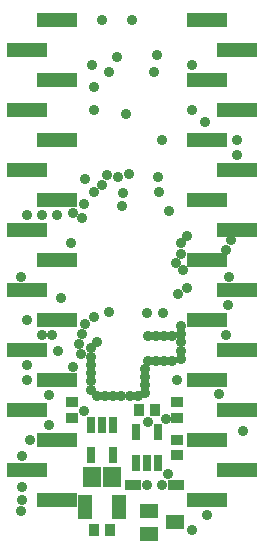
<source format=gbs>
G75*
G70*
%OFA0B0*%
%FSLAX24Y24*%
%IPPOS*%
%LPD*%
%AMOC8*
5,1,8,0,0,1.08239X$1,22.5*
%
%ADD10R,0.1380X0.0480*%
%ADD11R,0.0474X0.0789*%
%ADD12R,0.0592X0.0671*%
%ADD13R,0.0631X0.0474*%
%ADD14R,0.0552X0.0356*%
%ADD15R,0.0356X0.0434*%
%ADD16R,0.0297X0.0552*%
%ADD17R,0.0434X0.0356*%
%ADD18C,0.0350*%
D10*
X001930Y003380D03*
X001930Y005380D03*
X001930Y007380D03*
X001930Y009380D03*
X002930Y008380D03*
X002930Y006380D03*
X002930Y004380D03*
X002930Y002380D03*
X002930Y010380D03*
X002930Y012380D03*
X002930Y014380D03*
X001930Y013380D03*
X001930Y011380D03*
X001930Y015380D03*
X001930Y017380D03*
X002930Y016380D03*
X002930Y018380D03*
X007930Y018380D03*
X007930Y016380D03*
X008930Y015380D03*
X008930Y013380D03*
X008930Y011380D03*
X007930Y010380D03*
X007930Y008380D03*
X007930Y006380D03*
X007930Y004380D03*
X008930Y003380D03*
X008930Y005380D03*
X008930Y007380D03*
X008930Y009380D03*
X007930Y012380D03*
X007930Y014380D03*
X008930Y017380D03*
X007930Y002380D03*
D11*
X004981Y002130D03*
X003879Y002130D03*
D12*
X004095Y003130D03*
X004765Y003130D03*
D13*
X005997Y002004D03*
X005997Y001256D03*
X006863Y001630D03*
D14*
X006908Y002880D03*
X005452Y002880D03*
D15*
X004686Y001380D03*
X004174Y001380D03*
X005674Y005380D03*
X006186Y005380D03*
D16*
X006304Y004642D03*
X006304Y003618D03*
X005930Y003618D03*
X005556Y003618D03*
X005556Y004642D03*
X004804Y004892D03*
X004430Y004892D03*
X004056Y004892D03*
X004056Y003868D03*
X004804Y003868D03*
D17*
X003430Y005124D03*
X003430Y005636D03*
X006930Y005636D03*
X006930Y005124D03*
X006930Y004386D03*
X006930Y003874D03*
D18*
X001730Y002005D03*
X001780Y002380D03*
X001755Y002805D03*
X001755Y003830D03*
X002030Y004380D03*
X002680Y004880D03*
X002680Y005880D03*
X001930Y006380D03*
X001930Y006880D03*
X002430Y007880D03*
X002780Y007880D03*
X002980Y007330D03*
X003455Y006805D03*
X003730Y007255D03*
X003655Y007580D03*
X003780Y007905D03*
X003880Y008230D03*
X004180Y008480D03*
X004255Y007630D03*
X004080Y007430D03*
X004080Y007155D03*
X004080Y006880D03*
X004080Y006605D03*
X004080Y006330D03*
X004080Y006055D03*
X004255Y005830D03*
X004530Y005830D03*
X004805Y005830D03*
X005080Y005830D03*
X005355Y005830D03*
X005630Y005830D03*
X005880Y005930D03*
X005880Y006205D03*
X005880Y006480D03*
X005880Y006755D03*
X005955Y007005D03*
X006230Y007005D03*
X006505Y007005D03*
X006780Y007005D03*
X007055Y007080D03*
X007055Y007355D03*
X007055Y007630D03*
X007055Y007905D03*
X007055Y008180D03*
X006780Y007830D03*
X006505Y007830D03*
X006230Y007830D03*
X005955Y007830D03*
X005930Y008605D03*
X006455Y008605D03*
X006980Y009230D03*
X007280Y009455D03*
X007130Y010030D03*
X006903Y010282D03*
X007080Y010580D03*
X007055Y010930D03*
X007280Y011180D03*
X006680Y012005D03*
X006330Y012630D03*
X006305Y013155D03*
X006430Y014380D03*
X007430Y015380D03*
X007880Y014980D03*
X007430Y016880D03*
X006259Y017209D03*
X006180Y016630D03*
X005430Y018380D03*
X004930Y017130D03*
X004680Y016630D03*
X004180Y016130D03*
X004180Y015380D03*
X004093Y016880D03*
X004430Y018380D03*
X005230Y015255D03*
X005330Y013230D03*
X005130Y012605D03*
X005105Y012180D03*
X004955Y013155D03*
X004605Y013205D03*
X004430Y012880D03*
X004180Y012630D03*
X003880Y013080D03*
X003830Y012230D03*
X003755Y011780D03*
X003455Y011955D03*
X003405Y010930D03*
X002930Y011880D03*
X002430Y011880D03*
X001930Y011880D03*
X001730Y009805D03*
X001930Y008380D03*
X003080Y009105D03*
X004680Y008630D03*
X003830Y005330D03*
X005955Y004980D03*
X006555Y005080D03*
X006930Y006380D03*
X008330Y005905D03*
X009130Y004680D03*
X007930Y001880D03*
X007430Y001380D03*
X006630Y003255D03*
X006430Y002880D03*
X005930Y002880D03*
X008580Y007880D03*
X008630Y008880D03*
X008655Y009805D03*
X008580Y010720D03*
X008715Y011040D03*
X008930Y013880D03*
X008930Y014380D03*
M02*

</source>
